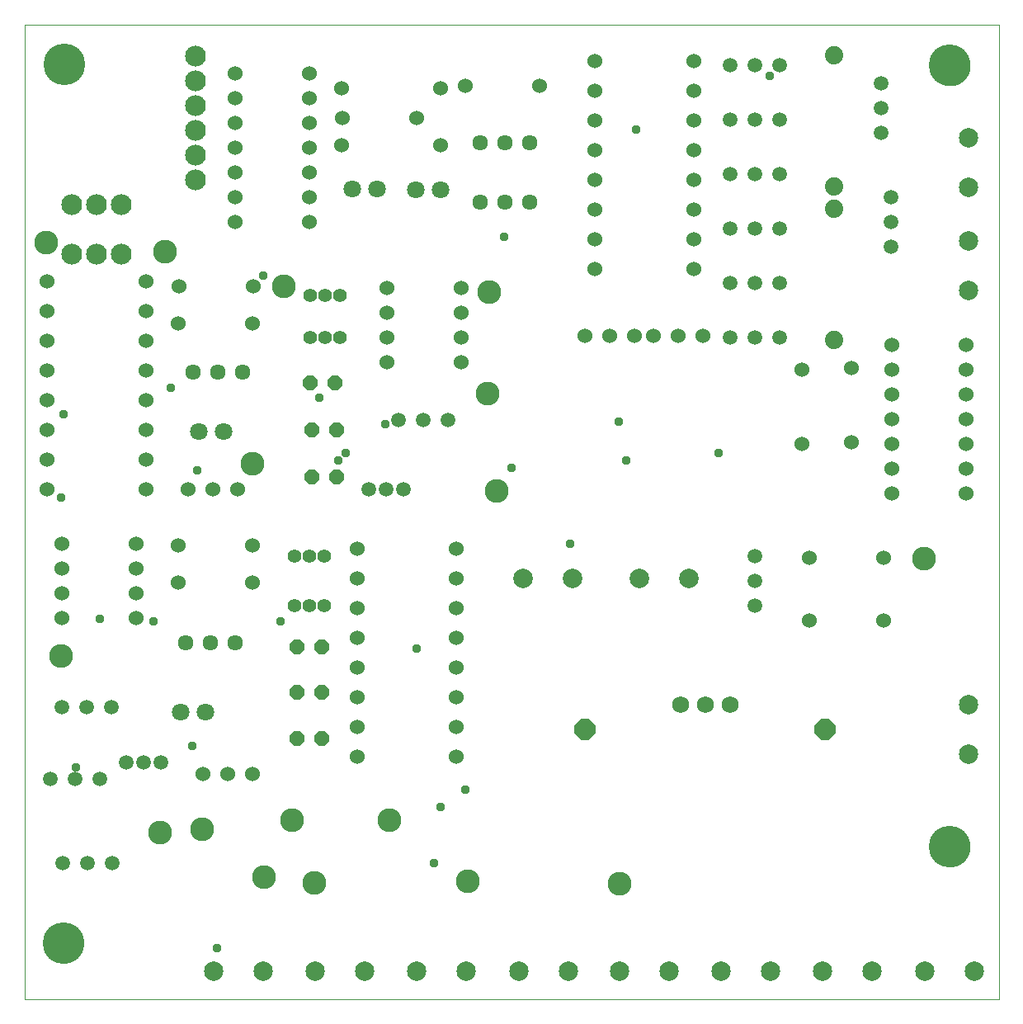
<source format=gbs>
G04 EAGLE Gerber X2 export*
%TF.Part,Single*%
%TF.FileFunction,Other,Solder Mask bottom*%
%TF.FilePolarity,Positive*%
%TF.GenerationSoftware,Autodesk,EAGLE,9.1.2*%
%TF.CreationDate,2019-01-11T15:16:38Z*%
G75*
%MOMM*%
%FSLAX34Y34*%
%LPD*%
%AMOC8*
5,1,8,0,0,1.08239X$1,22.5*%
G01*
%ADD10C,0.000000*%
%ADD11C,1.511200*%
%ADD12C,1.803400*%
%ADD13P,1.649562X8X22.500000*%
%ADD14C,1.524000*%
%ADD15C,1.879600*%
%ADD16C,1.411200*%
%ADD17C,1.611200*%
%ADD18C,2.133600*%
%ADD19C,1.993900*%
%ADD20C,4.267200*%
%ADD21C,2.003200*%
%ADD22C,1.727200*%
%ADD23P,2.330602X8X202.500000*%
%ADD24C,2.453200*%
%ADD25C,0.959600*%


D10*
X0Y-187960D02*
X1000000Y-187960D01*
X1000000Y812700D01*
X0Y812700D01*
X0Y-187960D01*
D11*
X383540Y406400D03*
X408940Y406400D03*
X434340Y406400D03*
X889000Y584200D03*
X889000Y609600D03*
X889000Y635000D03*
X723900Y770890D03*
X749300Y770890D03*
X774700Y770890D03*
X723900Y715010D03*
X749300Y715010D03*
X774700Y715010D03*
D12*
X204470Y394970D03*
X179070Y394970D03*
X361950Y643890D03*
X336550Y643890D03*
X426720Y642620D03*
X401320Y642620D03*
D11*
X38100Y112400D03*
X63500Y112400D03*
X88900Y112400D03*
D12*
X185740Y106680D03*
X160340Y106680D03*
D11*
X723900Y659130D03*
X749300Y659130D03*
X774700Y659130D03*
D13*
X279400Y127000D03*
X304800Y127000D03*
X293370Y444500D03*
X318770Y444500D03*
X294640Y347980D03*
X320040Y347980D03*
X294640Y396240D03*
X320040Y396240D03*
X279400Y80010D03*
X304800Y80010D03*
X279400Y173990D03*
X304800Y173990D03*
D14*
X215900Y762000D03*
X215900Y736600D03*
X215900Y609600D03*
X292100Y609600D03*
X215900Y711200D03*
X215900Y685800D03*
X215900Y635000D03*
X215900Y660400D03*
X292100Y635000D03*
X292100Y660400D03*
X292100Y685800D03*
X292100Y711200D03*
X292100Y736600D03*
X292100Y762000D03*
X372320Y542510D03*
X372320Y517110D03*
X448520Y517110D03*
X448520Y542510D03*
X372320Y491710D03*
X372320Y466310D03*
X448520Y491710D03*
X448520Y466310D03*
X38100Y279400D03*
X38100Y254000D03*
X114300Y254000D03*
X114300Y279400D03*
X38100Y228600D03*
X38100Y203200D03*
X114300Y228600D03*
X114300Y203200D03*
D15*
X830580Y780790D03*
X830580Y646440D03*
D14*
X167640Y335280D03*
X218440Y335280D03*
X193040Y335280D03*
D11*
X353540Y335280D03*
X371320Y335280D03*
X389100Y335280D03*
D16*
X293210Y534670D03*
X308450Y534670D03*
X323690Y534670D03*
X293090Y491710D03*
X308330Y491710D03*
X323570Y491710D03*
D14*
X182880Y43180D03*
X233680Y43180D03*
X208280Y43180D03*
D11*
X104140Y55250D03*
X121920Y55250D03*
X139700Y55250D03*
D16*
X276860Y266700D03*
X292100Y266700D03*
X307340Y266700D03*
X276860Y215900D03*
X292100Y215900D03*
X307340Y215900D03*
D14*
X575310Y492760D03*
X626110Y492760D03*
X600710Y492760D03*
X325120Y746760D03*
X426720Y746760D03*
X22860Y457200D03*
X124460Y457200D03*
X341630Y182880D03*
X443230Y182880D03*
X341630Y152400D03*
X443230Y152400D03*
X341630Y60960D03*
X443230Y60960D03*
X341630Y213360D03*
X443230Y213360D03*
X341630Y121920D03*
X443230Y121920D03*
X341630Y274320D03*
X443230Y274320D03*
X341630Y91440D03*
X443230Y91440D03*
X341630Y243840D03*
X443230Y243840D03*
X585470Y744220D03*
X687070Y744220D03*
X325120Y688340D03*
X426720Y688340D03*
X585470Y774700D03*
X687070Y774700D03*
X585470Y683260D03*
X687070Y683260D03*
X585470Y713740D03*
X687070Y713740D03*
D17*
X467360Y629920D03*
X492760Y629920D03*
X518160Y629920D03*
X467360Y690880D03*
X492760Y690880D03*
X518160Y690880D03*
X172720Y455930D03*
X198120Y455930D03*
X223520Y455930D03*
X165100Y177800D03*
X190500Y177800D03*
X215900Y177800D03*
D14*
X22860Y487680D03*
X124460Y487680D03*
X22860Y396240D03*
X124460Y396240D03*
X22860Y335280D03*
X124460Y335280D03*
X22860Y518160D03*
X124460Y518160D03*
X22860Y548640D03*
X124460Y548640D03*
X22860Y426720D03*
X124460Y426720D03*
X22860Y365760D03*
X124460Y365760D03*
D18*
X175260Y779780D03*
X175260Y754380D03*
X175260Y728980D03*
X175260Y703580D03*
X175260Y678180D03*
X175260Y652780D03*
X99060Y627380D03*
X73660Y627380D03*
X48260Y627380D03*
X99060Y576580D03*
X73660Y576580D03*
X48260Y576580D03*
D19*
X968890Y645870D03*
X968890Y696670D03*
X969010Y63990D03*
X969010Y114790D03*
D14*
X528320Y749300D03*
X452120Y749300D03*
X402590Y716280D03*
X326390Y716280D03*
X797560Y458470D03*
X797560Y382270D03*
X234950Y543560D03*
X158750Y543560D03*
X233680Y505460D03*
X157480Y505460D03*
X233680Y278130D03*
X157480Y278130D03*
X233680Y240030D03*
X157480Y240030D03*
D11*
X723900Y491490D03*
X749300Y491490D03*
X774700Y491490D03*
D15*
X830580Y489210D03*
X830580Y623560D03*
D11*
X723900Y603250D03*
X749300Y603250D03*
X774700Y603250D03*
X879000Y701040D03*
X879000Y726440D03*
X879000Y751840D03*
X723900Y547370D03*
X749300Y547370D03*
X774700Y547370D03*
D14*
X645160Y492760D03*
X695960Y492760D03*
X670560Y492760D03*
X585470Y561340D03*
X687070Y561340D03*
X585470Y622300D03*
X687070Y622300D03*
X585470Y652780D03*
X687070Y652780D03*
X585470Y591820D03*
X687070Y591820D03*
D19*
X969010Y539750D03*
X969010Y590550D03*
D14*
X848360Y459740D03*
X848360Y383540D03*
X890270Y483870D03*
X890270Y458470D03*
X890270Y331470D03*
X966470Y331470D03*
X890270Y433070D03*
X890270Y407670D03*
X890270Y356870D03*
X890270Y382270D03*
X966470Y356870D03*
X966470Y382270D03*
X966470Y407670D03*
X966470Y433070D03*
X966470Y458470D03*
X966470Y483870D03*
D10*
X929600Y-31008D02*
X929606Y-30509D01*
X929624Y-30011D01*
X929655Y-29513D01*
X929698Y-29016D01*
X929753Y-28521D01*
X929820Y-28026D01*
X929899Y-27534D01*
X929990Y-27044D01*
X930094Y-26556D01*
X930209Y-26071D01*
X930336Y-25588D01*
X930475Y-25109D01*
X930626Y-24634D01*
X930788Y-24162D01*
X930962Y-23695D01*
X931147Y-23232D01*
X931343Y-22773D01*
X931551Y-22320D01*
X931770Y-21872D01*
X931999Y-21429D01*
X932240Y-20992D01*
X932491Y-20561D01*
X932753Y-20137D01*
X933025Y-19719D01*
X933307Y-19308D01*
X933599Y-18903D01*
X933901Y-18506D01*
X934212Y-18117D01*
X934534Y-17736D01*
X934864Y-17362D01*
X935203Y-16997D01*
X935552Y-16640D01*
X935909Y-16291D01*
X936274Y-15952D01*
X936648Y-15622D01*
X937029Y-15300D01*
X937418Y-14989D01*
X937815Y-14687D01*
X938220Y-14395D01*
X938631Y-14113D01*
X939049Y-13841D01*
X939473Y-13579D01*
X939904Y-13328D01*
X940341Y-13087D01*
X940784Y-12858D01*
X941232Y-12639D01*
X941685Y-12431D01*
X942144Y-12235D01*
X942607Y-12050D01*
X943074Y-11876D01*
X943546Y-11714D01*
X944021Y-11563D01*
X944500Y-11424D01*
X944983Y-11297D01*
X945468Y-11182D01*
X945956Y-11078D01*
X946446Y-10987D01*
X946938Y-10908D01*
X947433Y-10841D01*
X947928Y-10786D01*
X948425Y-10743D01*
X948923Y-10712D01*
X949421Y-10694D01*
X949920Y-10688D01*
X950419Y-10694D01*
X950917Y-10712D01*
X951415Y-10743D01*
X951912Y-10786D01*
X952407Y-10841D01*
X952902Y-10908D01*
X953394Y-10987D01*
X953884Y-11078D01*
X954372Y-11182D01*
X954857Y-11297D01*
X955340Y-11424D01*
X955819Y-11563D01*
X956294Y-11714D01*
X956766Y-11876D01*
X957233Y-12050D01*
X957696Y-12235D01*
X958155Y-12431D01*
X958608Y-12639D01*
X959056Y-12858D01*
X959499Y-13087D01*
X959936Y-13328D01*
X960367Y-13579D01*
X960791Y-13841D01*
X961209Y-14113D01*
X961620Y-14395D01*
X962025Y-14687D01*
X962422Y-14989D01*
X962811Y-15300D01*
X963192Y-15622D01*
X963566Y-15952D01*
X963931Y-16291D01*
X964288Y-16640D01*
X964637Y-16997D01*
X964976Y-17362D01*
X965306Y-17736D01*
X965628Y-18117D01*
X965939Y-18506D01*
X966241Y-18903D01*
X966533Y-19308D01*
X966815Y-19719D01*
X967087Y-20137D01*
X967349Y-20561D01*
X967600Y-20992D01*
X967841Y-21429D01*
X968070Y-21872D01*
X968289Y-22320D01*
X968497Y-22773D01*
X968693Y-23232D01*
X968878Y-23695D01*
X969052Y-24162D01*
X969214Y-24634D01*
X969365Y-25109D01*
X969504Y-25588D01*
X969631Y-26071D01*
X969746Y-26556D01*
X969850Y-27044D01*
X969941Y-27534D01*
X970020Y-28026D01*
X970087Y-28521D01*
X970142Y-29016D01*
X970185Y-29513D01*
X970216Y-30011D01*
X970234Y-30509D01*
X970240Y-31008D01*
X970234Y-31507D01*
X970216Y-32005D01*
X970185Y-32503D01*
X970142Y-33000D01*
X970087Y-33495D01*
X970020Y-33990D01*
X969941Y-34482D01*
X969850Y-34972D01*
X969746Y-35460D01*
X969631Y-35945D01*
X969504Y-36428D01*
X969365Y-36907D01*
X969214Y-37382D01*
X969052Y-37854D01*
X968878Y-38321D01*
X968693Y-38784D01*
X968497Y-39243D01*
X968289Y-39696D01*
X968070Y-40144D01*
X967841Y-40587D01*
X967600Y-41024D01*
X967349Y-41455D01*
X967087Y-41879D01*
X966815Y-42297D01*
X966533Y-42708D01*
X966241Y-43113D01*
X965939Y-43510D01*
X965628Y-43899D01*
X965306Y-44280D01*
X964976Y-44654D01*
X964637Y-45019D01*
X964288Y-45376D01*
X963931Y-45725D01*
X963566Y-46064D01*
X963192Y-46394D01*
X962811Y-46716D01*
X962422Y-47027D01*
X962025Y-47329D01*
X961620Y-47621D01*
X961209Y-47903D01*
X960791Y-48175D01*
X960367Y-48437D01*
X959936Y-48688D01*
X959499Y-48929D01*
X959056Y-49158D01*
X958608Y-49377D01*
X958155Y-49585D01*
X957696Y-49781D01*
X957233Y-49966D01*
X956766Y-50140D01*
X956294Y-50302D01*
X955819Y-50453D01*
X955340Y-50592D01*
X954857Y-50719D01*
X954372Y-50834D01*
X953884Y-50938D01*
X953394Y-51029D01*
X952902Y-51108D01*
X952407Y-51175D01*
X951912Y-51230D01*
X951415Y-51273D01*
X950917Y-51304D01*
X950419Y-51322D01*
X949920Y-51328D01*
X949421Y-51322D01*
X948923Y-51304D01*
X948425Y-51273D01*
X947928Y-51230D01*
X947433Y-51175D01*
X946938Y-51108D01*
X946446Y-51029D01*
X945956Y-50938D01*
X945468Y-50834D01*
X944983Y-50719D01*
X944500Y-50592D01*
X944021Y-50453D01*
X943546Y-50302D01*
X943074Y-50140D01*
X942607Y-49966D01*
X942144Y-49781D01*
X941685Y-49585D01*
X941232Y-49377D01*
X940784Y-49158D01*
X940341Y-48929D01*
X939904Y-48688D01*
X939473Y-48437D01*
X939049Y-48175D01*
X938631Y-47903D01*
X938220Y-47621D01*
X937815Y-47329D01*
X937418Y-47027D01*
X937029Y-46716D01*
X936648Y-46394D01*
X936274Y-46064D01*
X935909Y-45725D01*
X935552Y-45376D01*
X935203Y-45019D01*
X934864Y-44654D01*
X934534Y-44280D01*
X934212Y-43899D01*
X933901Y-43510D01*
X933599Y-43113D01*
X933307Y-42708D01*
X933025Y-42297D01*
X932753Y-41879D01*
X932491Y-41455D01*
X932240Y-41024D01*
X931999Y-40587D01*
X931770Y-40144D01*
X931551Y-39696D01*
X931343Y-39243D01*
X931147Y-38784D01*
X930962Y-38321D01*
X930788Y-37854D01*
X930626Y-37382D01*
X930475Y-36907D01*
X930336Y-36428D01*
X930209Y-35945D01*
X930094Y-35460D01*
X929990Y-34972D01*
X929899Y-34482D01*
X929820Y-33990D01*
X929753Y-33495D01*
X929698Y-33000D01*
X929655Y-32503D01*
X929624Y-32005D01*
X929606Y-31507D01*
X929600Y-31008D01*
D20*
X949920Y-31008D03*
D10*
X929600Y770510D02*
X929606Y771009D01*
X929624Y771507D01*
X929655Y772005D01*
X929698Y772502D01*
X929753Y772997D01*
X929820Y773492D01*
X929899Y773984D01*
X929990Y774474D01*
X930094Y774962D01*
X930209Y775447D01*
X930336Y775930D01*
X930475Y776409D01*
X930626Y776884D01*
X930788Y777356D01*
X930962Y777823D01*
X931147Y778286D01*
X931343Y778745D01*
X931551Y779198D01*
X931770Y779646D01*
X931999Y780089D01*
X932240Y780526D01*
X932491Y780957D01*
X932753Y781381D01*
X933025Y781799D01*
X933307Y782210D01*
X933599Y782615D01*
X933901Y783012D01*
X934212Y783401D01*
X934534Y783782D01*
X934864Y784156D01*
X935203Y784521D01*
X935552Y784878D01*
X935909Y785227D01*
X936274Y785566D01*
X936648Y785896D01*
X937029Y786218D01*
X937418Y786529D01*
X937815Y786831D01*
X938220Y787123D01*
X938631Y787405D01*
X939049Y787677D01*
X939473Y787939D01*
X939904Y788190D01*
X940341Y788431D01*
X940784Y788660D01*
X941232Y788879D01*
X941685Y789087D01*
X942144Y789283D01*
X942607Y789468D01*
X943074Y789642D01*
X943546Y789804D01*
X944021Y789955D01*
X944500Y790094D01*
X944983Y790221D01*
X945468Y790336D01*
X945956Y790440D01*
X946446Y790531D01*
X946938Y790610D01*
X947433Y790677D01*
X947928Y790732D01*
X948425Y790775D01*
X948923Y790806D01*
X949421Y790824D01*
X949920Y790830D01*
X950419Y790824D01*
X950917Y790806D01*
X951415Y790775D01*
X951912Y790732D01*
X952407Y790677D01*
X952902Y790610D01*
X953394Y790531D01*
X953884Y790440D01*
X954372Y790336D01*
X954857Y790221D01*
X955340Y790094D01*
X955819Y789955D01*
X956294Y789804D01*
X956766Y789642D01*
X957233Y789468D01*
X957696Y789283D01*
X958155Y789087D01*
X958608Y788879D01*
X959056Y788660D01*
X959499Y788431D01*
X959936Y788190D01*
X960367Y787939D01*
X960791Y787677D01*
X961209Y787405D01*
X961620Y787123D01*
X962025Y786831D01*
X962422Y786529D01*
X962811Y786218D01*
X963192Y785896D01*
X963566Y785566D01*
X963931Y785227D01*
X964288Y784878D01*
X964637Y784521D01*
X964976Y784156D01*
X965306Y783782D01*
X965628Y783401D01*
X965939Y783012D01*
X966241Y782615D01*
X966533Y782210D01*
X966815Y781799D01*
X967087Y781381D01*
X967349Y780957D01*
X967600Y780526D01*
X967841Y780089D01*
X968070Y779646D01*
X968289Y779198D01*
X968497Y778745D01*
X968693Y778286D01*
X968878Y777823D01*
X969052Y777356D01*
X969214Y776884D01*
X969365Y776409D01*
X969504Y775930D01*
X969631Y775447D01*
X969746Y774962D01*
X969850Y774474D01*
X969941Y773984D01*
X970020Y773492D01*
X970087Y772997D01*
X970142Y772502D01*
X970185Y772005D01*
X970216Y771507D01*
X970234Y771009D01*
X970240Y770510D01*
X970234Y770011D01*
X970216Y769513D01*
X970185Y769015D01*
X970142Y768518D01*
X970087Y768023D01*
X970020Y767528D01*
X969941Y767036D01*
X969850Y766546D01*
X969746Y766058D01*
X969631Y765573D01*
X969504Y765090D01*
X969365Y764611D01*
X969214Y764136D01*
X969052Y763664D01*
X968878Y763197D01*
X968693Y762734D01*
X968497Y762275D01*
X968289Y761822D01*
X968070Y761374D01*
X967841Y760931D01*
X967600Y760494D01*
X967349Y760063D01*
X967087Y759639D01*
X966815Y759221D01*
X966533Y758810D01*
X966241Y758405D01*
X965939Y758008D01*
X965628Y757619D01*
X965306Y757238D01*
X964976Y756864D01*
X964637Y756499D01*
X964288Y756142D01*
X963931Y755793D01*
X963566Y755454D01*
X963192Y755124D01*
X962811Y754802D01*
X962422Y754491D01*
X962025Y754189D01*
X961620Y753897D01*
X961209Y753615D01*
X960791Y753343D01*
X960367Y753081D01*
X959936Y752830D01*
X959499Y752589D01*
X959056Y752360D01*
X958608Y752141D01*
X958155Y751933D01*
X957696Y751737D01*
X957233Y751552D01*
X956766Y751378D01*
X956294Y751216D01*
X955819Y751065D01*
X955340Y750926D01*
X954857Y750799D01*
X954372Y750684D01*
X953884Y750580D01*
X953394Y750489D01*
X952902Y750410D01*
X952407Y750343D01*
X951912Y750288D01*
X951415Y750245D01*
X950917Y750214D01*
X950419Y750196D01*
X949920Y750190D01*
X949421Y750196D01*
X948923Y750214D01*
X948425Y750245D01*
X947928Y750288D01*
X947433Y750343D01*
X946938Y750410D01*
X946446Y750489D01*
X945956Y750580D01*
X945468Y750684D01*
X944983Y750799D01*
X944500Y750926D01*
X944021Y751065D01*
X943546Y751216D01*
X943074Y751378D01*
X942607Y751552D01*
X942144Y751737D01*
X941685Y751933D01*
X941232Y752141D01*
X940784Y752360D01*
X940341Y752589D01*
X939904Y752830D01*
X939473Y753081D01*
X939049Y753343D01*
X938631Y753615D01*
X938220Y753897D01*
X937815Y754189D01*
X937418Y754491D01*
X937029Y754802D01*
X936648Y755124D01*
X936274Y755454D01*
X935909Y755793D01*
X935552Y756142D01*
X935203Y756499D01*
X934864Y756864D01*
X934534Y757238D01*
X934212Y757619D01*
X933901Y758008D01*
X933599Y758405D01*
X933307Y758810D01*
X933025Y759221D01*
X932753Y759639D01*
X932491Y760063D01*
X932240Y760494D01*
X931999Y760931D01*
X931770Y761374D01*
X931551Y761822D01*
X931343Y762275D01*
X931147Y762734D01*
X930962Y763197D01*
X930788Y763664D01*
X930626Y764136D01*
X930475Y764611D01*
X930336Y765090D01*
X930209Y765573D01*
X930094Y766058D01*
X929990Y766546D01*
X929899Y767036D01*
X929820Y767528D01*
X929753Y768023D01*
X929698Y768518D01*
X929655Y769015D01*
X929624Y769513D01*
X929606Y770011D01*
X929600Y770510D01*
D20*
X949920Y770510D03*
D10*
X20480Y772000D02*
X20486Y772499D01*
X20504Y772997D01*
X20535Y773495D01*
X20578Y773992D01*
X20633Y774487D01*
X20700Y774982D01*
X20779Y775474D01*
X20870Y775964D01*
X20974Y776452D01*
X21089Y776937D01*
X21216Y777420D01*
X21355Y777899D01*
X21506Y778374D01*
X21668Y778846D01*
X21842Y779313D01*
X22027Y779776D01*
X22223Y780235D01*
X22431Y780688D01*
X22650Y781136D01*
X22879Y781579D01*
X23120Y782016D01*
X23371Y782447D01*
X23633Y782871D01*
X23905Y783289D01*
X24187Y783700D01*
X24479Y784105D01*
X24781Y784502D01*
X25092Y784891D01*
X25414Y785272D01*
X25744Y785646D01*
X26083Y786011D01*
X26432Y786368D01*
X26789Y786717D01*
X27154Y787056D01*
X27528Y787386D01*
X27909Y787708D01*
X28298Y788019D01*
X28695Y788321D01*
X29100Y788613D01*
X29511Y788895D01*
X29929Y789167D01*
X30353Y789429D01*
X30784Y789680D01*
X31221Y789921D01*
X31664Y790150D01*
X32112Y790369D01*
X32565Y790577D01*
X33024Y790773D01*
X33487Y790958D01*
X33954Y791132D01*
X34426Y791294D01*
X34901Y791445D01*
X35380Y791584D01*
X35863Y791711D01*
X36348Y791826D01*
X36836Y791930D01*
X37326Y792021D01*
X37818Y792100D01*
X38313Y792167D01*
X38808Y792222D01*
X39305Y792265D01*
X39803Y792296D01*
X40301Y792314D01*
X40800Y792320D01*
X41299Y792314D01*
X41797Y792296D01*
X42295Y792265D01*
X42792Y792222D01*
X43287Y792167D01*
X43782Y792100D01*
X44274Y792021D01*
X44764Y791930D01*
X45252Y791826D01*
X45737Y791711D01*
X46220Y791584D01*
X46699Y791445D01*
X47174Y791294D01*
X47646Y791132D01*
X48113Y790958D01*
X48576Y790773D01*
X49035Y790577D01*
X49488Y790369D01*
X49936Y790150D01*
X50379Y789921D01*
X50816Y789680D01*
X51247Y789429D01*
X51671Y789167D01*
X52089Y788895D01*
X52500Y788613D01*
X52905Y788321D01*
X53302Y788019D01*
X53691Y787708D01*
X54072Y787386D01*
X54446Y787056D01*
X54811Y786717D01*
X55168Y786368D01*
X55517Y786011D01*
X55856Y785646D01*
X56186Y785272D01*
X56508Y784891D01*
X56819Y784502D01*
X57121Y784105D01*
X57413Y783700D01*
X57695Y783289D01*
X57967Y782871D01*
X58229Y782447D01*
X58480Y782016D01*
X58721Y781579D01*
X58950Y781136D01*
X59169Y780688D01*
X59377Y780235D01*
X59573Y779776D01*
X59758Y779313D01*
X59932Y778846D01*
X60094Y778374D01*
X60245Y777899D01*
X60384Y777420D01*
X60511Y776937D01*
X60626Y776452D01*
X60730Y775964D01*
X60821Y775474D01*
X60900Y774982D01*
X60967Y774487D01*
X61022Y773992D01*
X61065Y773495D01*
X61096Y772997D01*
X61114Y772499D01*
X61120Y772000D01*
X61114Y771501D01*
X61096Y771003D01*
X61065Y770505D01*
X61022Y770008D01*
X60967Y769513D01*
X60900Y769018D01*
X60821Y768526D01*
X60730Y768036D01*
X60626Y767548D01*
X60511Y767063D01*
X60384Y766580D01*
X60245Y766101D01*
X60094Y765626D01*
X59932Y765154D01*
X59758Y764687D01*
X59573Y764224D01*
X59377Y763765D01*
X59169Y763312D01*
X58950Y762864D01*
X58721Y762421D01*
X58480Y761984D01*
X58229Y761553D01*
X57967Y761129D01*
X57695Y760711D01*
X57413Y760300D01*
X57121Y759895D01*
X56819Y759498D01*
X56508Y759109D01*
X56186Y758728D01*
X55856Y758354D01*
X55517Y757989D01*
X55168Y757632D01*
X54811Y757283D01*
X54446Y756944D01*
X54072Y756614D01*
X53691Y756292D01*
X53302Y755981D01*
X52905Y755679D01*
X52500Y755387D01*
X52089Y755105D01*
X51671Y754833D01*
X51247Y754571D01*
X50816Y754320D01*
X50379Y754079D01*
X49936Y753850D01*
X49488Y753631D01*
X49035Y753423D01*
X48576Y753227D01*
X48113Y753042D01*
X47646Y752868D01*
X47174Y752706D01*
X46699Y752555D01*
X46220Y752416D01*
X45737Y752289D01*
X45252Y752174D01*
X44764Y752070D01*
X44274Y751979D01*
X43782Y751900D01*
X43287Y751833D01*
X42792Y751778D01*
X42295Y751735D01*
X41797Y751704D01*
X41299Y751686D01*
X40800Y751680D01*
X40301Y751686D01*
X39803Y751704D01*
X39305Y751735D01*
X38808Y751778D01*
X38313Y751833D01*
X37818Y751900D01*
X37326Y751979D01*
X36836Y752070D01*
X36348Y752174D01*
X35863Y752289D01*
X35380Y752416D01*
X34901Y752555D01*
X34426Y752706D01*
X33954Y752868D01*
X33487Y753042D01*
X33024Y753227D01*
X32565Y753423D01*
X32112Y753631D01*
X31664Y753850D01*
X31221Y754079D01*
X30784Y754320D01*
X30353Y754571D01*
X29929Y754833D01*
X29511Y755105D01*
X29100Y755387D01*
X28695Y755679D01*
X28298Y755981D01*
X27909Y756292D01*
X27528Y756614D01*
X27154Y756944D01*
X26789Y757283D01*
X26432Y757632D01*
X26083Y757989D01*
X25744Y758354D01*
X25414Y758728D01*
X25092Y759109D01*
X24781Y759498D01*
X24479Y759895D01*
X24187Y760300D01*
X23905Y760711D01*
X23633Y761129D01*
X23371Y761553D01*
X23120Y761984D01*
X22879Y762421D01*
X22650Y762864D01*
X22431Y763312D01*
X22223Y763765D01*
X22027Y764224D01*
X21842Y764687D01*
X21668Y765154D01*
X21506Y765626D01*
X21355Y766101D01*
X21216Y766580D01*
X21089Y767063D01*
X20974Y767548D01*
X20870Y768036D01*
X20779Y768526D01*
X20700Y769018D01*
X20633Y769513D01*
X20578Y770008D01*
X20535Y770505D01*
X20504Y771003D01*
X20486Y771501D01*
X20480Y772000D01*
D20*
X40800Y772000D03*
D10*
X19850Y-129850D02*
X19856Y-129351D01*
X19874Y-128853D01*
X19905Y-128355D01*
X19948Y-127858D01*
X20003Y-127363D01*
X20070Y-126868D01*
X20149Y-126376D01*
X20240Y-125886D01*
X20344Y-125398D01*
X20459Y-124913D01*
X20586Y-124430D01*
X20725Y-123951D01*
X20876Y-123476D01*
X21038Y-123004D01*
X21212Y-122537D01*
X21397Y-122074D01*
X21593Y-121615D01*
X21801Y-121162D01*
X22020Y-120714D01*
X22249Y-120271D01*
X22490Y-119834D01*
X22741Y-119403D01*
X23003Y-118979D01*
X23275Y-118561D01*
X23557Y-118150D01*
X23849Y-117745D01*
X24151Y-117348D01*
X24462Y-116959D01*
X24784Y-116578D01*
X25114Y-116204D01*
X25453Y-115839D01*
X25802Y-115482D01*
X26159Y-115133D01*
X26524Y-114794D01*
X26898Y-114464D01*
X27279Y-114142D01*
X27668Y-113831D01*
X28065Y-113529D01*
X28470Y-113237D01*
X28881Y-112955D01*
X29299Y-112683D01*
X29723Y-112421D01*
X30154Y-112170D01*
X30591Y-111929D01*
X31034Y-111700D01*
X31482Y-111481D01*
X31935Y-111273D01*
X32394Y-111077D01*
X32857Y-110892D01*
X33324Y-110718D01*
X33796Y-110556D01*
X34271Y-110405D01*
X34750Y-110266D01*
X35233Y-110139D01*
X35718Y-110024D01*
X36206Y-109920D01*
X36696Y-109829D01*
X37188Y-109750D01*
X37683Y-109683D01*
X38178Y-109628D01*
X38675Y-109585D01*
X39173Y-109554D01*
X39671Y-109536D01*
X40170Y-109530D01*
X40669Y-109536D01*
X41167Y-109554D01*
X41665Y-109585D01*
X42162Y-109628D01*
X42657Y-109683D01*
X43152Y-109750D01*
X43644Y-109829D01*
X44134Y-109920D01*
X44622Y-110024D01*
X45107Y-110139D01*
X45590Y-110266D01*
X46069Y-110405D01*
X46544Y-110556D01*
X47016Y-110718D01*
X47483Y-110892D01*
X47946Y-111077D01*
X48405Y-111273D01*
X48858Y-111481D01*
X49306Y-111700D01*
X49749Y-111929D01*
X50186Y-112170D01*
X50617Y-112421D01*
X51041Y-112683D01*
X51459Y-112955D01*
X51870Y-113237D01*
X52275Y-113529D01*
X52672Y-113831D01*
X53061Y-114142D01*
X53442Y-114464D01*
X53816Y-114794D01*
X54181Y-115133D01*
X54538Y-115482D01*
X54887Y-115839D01*
X55226Y-116204D01*
X55556Y-116578D01*
X55878Y-116959D01*
X56189Y-117348D01*
X56491Y-117745D01*
X56783Y-118150D01*
X57065Y-118561D01*
X57337Y-118979D01*
X57599Y-119403D01*
X57850Y-119834D01*
X58091Y-120271D01*
X58320Y-120714D01*
X58539Y-121162D01*
X58747Y-121615D01*
X58943Y-122074D01*
X59128Y-122537D01*
X59302Y-123004D01*
X59464Y-123476D01*
X59615Y-123951D01*
X59754Y-124430D01*
X59881Y-124913D01*
X59996Y-125398D01*
X60100Y-125886D01*
X60191Y-126376D01*
X60270Y-126868D01*
X60337Y-127363D01*
X60392Y-127858D01*
X60435Y-128355D01*
X60466Y-128853D01*
X60484Y-129351D01*
X60490Y-129850D01*
X60484Y-130349D01*
X60466Y-130847D01*
X60435Y-131345D01*
X60392Y-131842D01*
X60337Y-132337D01*
X60270Y-132832D01*
X60191Y-133324D01*
X60100Y-133814D01*
X59996Y-134302D01*
X59881Y-134787D01*
X59754Y-135270D01*
X59615Y-135749D01*
X59464Y-136224D01*
X59302Y-136696D01*
X59128Y-137163D01*
X58943Y-137626D01*
X58747Y-138085D01*
X58539Y-138538D01*
X58320Y-138986D01*
X58091Y-139429D01*
X57850Y-139866D01*
X57599Y-140297D01*
X57337Y-140721D01*
X57065Y-141139D01*
X56783Y-141550D01*
X56491Y-141955D01*
X56189Y-142352D01*
X55878Y-142741D01*
X55556Y-143122D01*
X55226Y-143496D01*
X54887Y-143861D01*
X54538Y-144218D01*
X54181Y-144567D01*
X53816Y-144906D01*
X53442Y-145236D01*
X53061Y-145558D01*
X52672Y-145869D01*
X52275Y-146171D01*
X51870Y-146463D01*
X51459Y-146745D01*
X51041Y-147017D01*
X50617Y-147279D01*
X50186Y-147530D01*
X49749Y-147771D01*
X49306Y-148000D01*
X48858Y-148219D01*
X48405Y-148427D01*
X47946Y-148623D01*
X47483Y-148808D01*
X47016Y-148982D01*
X46544Y-149144D01*
X46069Y-149295D01*
X45590Y-149434D01*
X45107Y-149561D01*
X44622Y-149676D01*
X44134Y-149780D01*
X43644Y-149871D01*
X43152Y-149950D01*
X42657Y-150017D01*
X42162Y-150072D01*
X41665Y-150115D01*
X41167Y-150146D01*
X40669Y-150164D01*
X40170Y-150170D01*
X39671Y-150164D01*
X39173Y-150146D01*
X38675Y-150115D01*
X38178Y-150072D01*
X37683Y-150017D01*
X37188Y-149950D01*
X36696Y-149871D01*
X36206Y-149780D01*
X35718Y-149676D01*
X35233Y-149561D01*
X34750Y-149434D01*
X34271Y-149295D01*
X33796Y-149144D01*
X33324Y-148982D01*
X32857Y-148808D01*
X32394Y-148623D01*
X31935Y-148427D01*
X31482Y-148219D01*
X31034Y-148000D01*
X30591Y-147771D01*
X30154Y-147530D01*
X29723Y-147279D01*
X29299Y-147017D01*
X28881Y-146745D01*
X28470Y-146463D01*
X28065Y-146171D01*
X27668Y-145869D01*
X27279Y-145558D01*
X26898Y-145236D01*
X26524Y-144906D01*
X26159Y-144567D01*
X25802Y-144218D01*
X25453Y-143861D01*
X25114Y-143496D01*
X24784Y-143122D01*
X24462Y-142741D01*
X24151Y-142352D01*
X23849Y-141955D01*
X23557Y-141550D01*
X23275Y-141139D01*
X23003Y-140721D01*
X22741Y-140297D01*
X22490Y-139866D01*
X22249Y-139429D01*
X22020Y-138986D01*
X21801Y-138538D01*
X21593Y-138085D01*
X21397Y-137626D01*
X21212Y-137163D01*
X21038Y-136696D01*
X20876Y-136224D01*
X20725Y-135749D01*
X20586Y-135270D01*
X20459Y-134787D01*
X20344Y-134302D01*
X20240Y-133814D01*
X20149Y-133324D01*
X20070Y-132832D01*
X20003Y-132337D01*
X19948Y-131842D01*
X19905Y-131345D01*
X19874Y-130847D01*
X19856Y-130349D01*
X19850Y-129850D01*
D20*
X40170Y-129850D03*
D14*
X805180Y265430D03*
X881380Y265430D03*
D21*
X562610Y243840D03*
X511810Y243840D03*
X681990Y243840D03*
X631190Y243840D03*
D14*
X805180Y200660D03*
X881380Y200660D03*
D22*
X723900Y114300D03*
X698500Y114300D03*
X673100Y114300D03*
D23*
X821690Y88900D03*
X575310Y88900D03*
D11*
X749300Y215900D03*
X749300Y241300D03*
X749300Y266700D03*
X39500Y-47543D03*
X64900Y-47543D03*
X90300Y-47543D03*
X26500Y38080D03*
X51900Y38080D03*
X77300Y38080D03*
D24*
X611220Y-69090D03*
X297560Y-67990D03*
X22220Y588450D03*
X144140Y579870D03*
X182400Y-12750D03*
X37620Y164250D03*
X234440Y362160D03*
X266060Y543650D03*
X923080Y264580D03*
X455130Y-66760D03*
X245740Y-62320D03*
X476940Y537660D03*
X475610Y434240D03*
X274440Y-3440D03*
X374440Y-4240D03*
X139060Y-16470D03*
X484440Y334160D03*
D19*
X923965Y-158680D03*
X974765Y-158680D03*
X819456Y-158434D03*
X870256Y-158434D03*
X714852Y-158625D03*
X765652Y-158625D03*
X507195Y-158646D03*
X557995Y-158646D03*
X610664Y-159015D03*
X661464Y-159015D03*
X402862Y-158642D03*
X453662Y-158642D03*
X298533Y-158716D03*
X349333Y-158716D03*
X194011Y-158672D03*
X244811Y-158672D03*
D25*
X245000Y555000D03*
X177500Y355000D03*
X370000Y402500D03*
X492500Y595000D03*
X37500Y327500D03*
X500000Y357500D03*
X150000Y440000D03*
X712500Y372500D03*
X330000Y372500D03*
X302500Y430000D03*
X617500Y365000D03*
X322500Y365000D03*
X52500Y50000D03*
X452500Y27500D03*
X132500Y200000D03*
X262500Y200000D03*
X427500Y10000D03*
X627500Y705000D03*
X560000Y280000D03*
X172500Y72500D03*
X40000Y412500D03*
X77500Y202500D03*
X420000Y-47500D03*
X402500Y172500D03*
X197500Y-135000D03*
X765000Y760000D03*
X610000Y405000D03*
M02*

</source>
